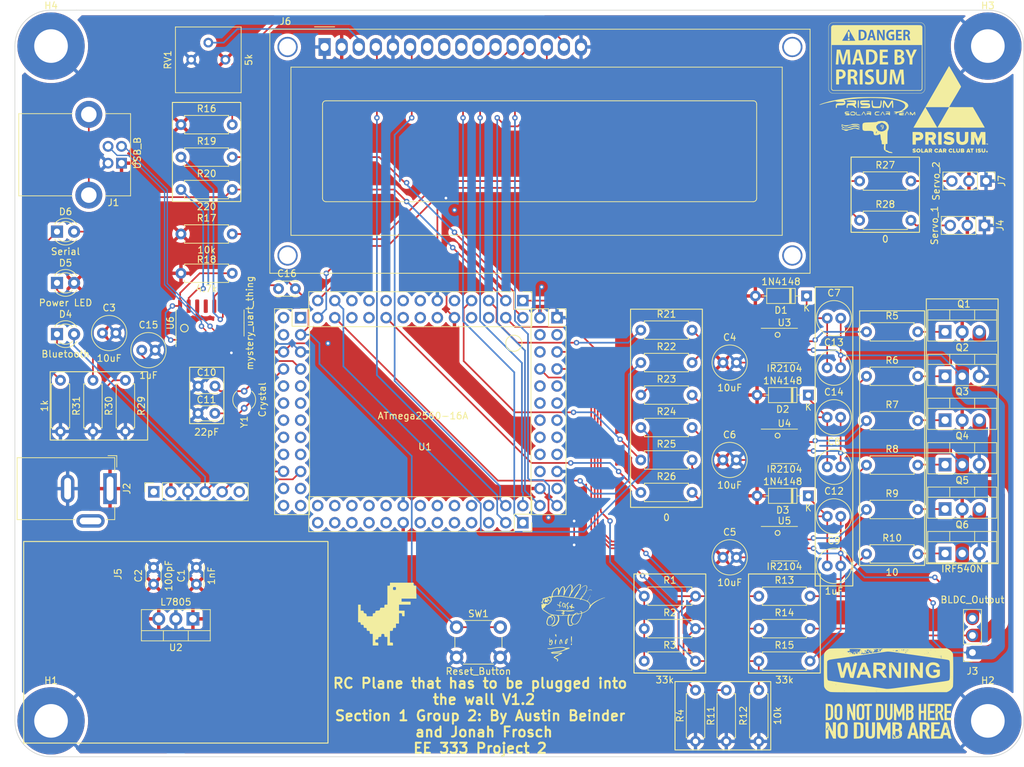
<source format=kicad_pcb>
(kicad_pcb (version 20211014) (generator pcbnew)
  (layers (0 "F.Cu" signal) (31 "B.Cu" signal) (34 "B.Paste" user) (35 "F.Paste" user) (36 "B.SilkS" user "B.Silkscreen") (37 "F.SilkS" user "F.Silkscreen") (38 "B.Mask" user) (39 "F.Mask" user) (44 "Edge.Cuts" user))
  (net 0 "")
  (net 1 "+12V")
  (net 2 "GND")
  (net 3 "+5V")
  (net 4 "Net-(C13-Pad1)")
  (net 5 "Net-(C13-Pad2)")
  (net 6 "Net-(C14-Pad1)")
  (net 7 "Net-(C14-Pad2)")
  (net 8 "Net-(C12-Pad1)")
  (net 9 "Net-(C12-Pad2)")
  (net 10 "Clk1")
  (net 11 "Clk2")
  (net 12 "Net-(C15-Pad1)")
  (net 13 "Net-(C16-Pad1)")
  (net 14 "Reset")
  (net 15 "D-")
  (net 16 "D+")
  (net 17 "unconnected-(J1-Pad5)")
  (net 18 "Net-(J4-Pad3)")
  (net 19 "Net-(J7-Pad3)")
  (net 20 "Net-(R21-Pad2)")
  (net 21 "11")
  (net 23 "Tx1")
  (net 24 "Rx1")
  (net 26 "Net-(J6-Pad3)")
  (net 27 "27")
  (net 28 "26")
  (net 33 "25")
  (net 34 "24")
  (net 35 "23")
  (net 36 "22")
  (net 37 "Net-(J6-Pad15)")
  (net 38 "13")
  (net 39 "Net-(Q1-Pad1)")
  (net 40 "Net-(Q2-Pad1)")
  (net 41 "Net-(Q3-Pad1)")
  (net 42 "Net-(Q4-Pad1)")
  (net 43 "Net-(Q5-Pad1)")
  (net 44 "Net-(Q6-Pad1)")
  (net 45 "Net-(D4-Pad1)")
  (net 46 "Net-(D5-Pad1)")
  (net 47 "A2")
  (net 48 "A3")
  (net 49 "Net-(R5-Pad1)")
  (net 50 "Net-(R6-Pad1)")
  (net 51 "Net-(R7-Pad1)")
  (net 52 "Net-(R8-Pad1)")
  (net 53 "Net-(R9-Pad1)")
  (net 54 "Net-(R10-Pad1)")
  (net 55 "Net-(R18-Pad1)")
  (net 56 "Net-(R19-Pad1)")
  (net 57 "Rx")
  (net 58 "Net-(R20-Pad1)")
  (net 59 "Tx")
  (net 60 "4")
  (net 61 "Net-(R22-Pad2)")
  (net 62 "5")
  (net 64 "3")
  (net 70 "9")
  (net 75 "10")
  (net 76 "Net-(R23-Pad2)")
  (net 77 "12")
  (net 127 "Net-(R24-Pad2)")
  (net 131 "Net-(R25-Pad2)")
  (net 132 "Net-(R26-Pad2)")
  (net 137 "Net-(D6-Pad1)")
  (net 138 "pin 4")
  (net 139 "A4")
  (footprint "Resistor_THT:R_Axial_DIN0207_L6.3mm_D2.5mm_P7.62mm_Horizontal" (layer "F.Cu") (at 84.4575 84.740343 -90)
    (fp_text reference "R29")
    (fp_text value "1k" hide)
  )
  (footprint "Resistor_THT:R_Axial_DIN0207_L6.3mm_D2.5mm_P7.62mm_Horizontal" (layer "F.Cu") (at 161.036 82.113)
    (fp_text reference "R22")
    (fp_text value "0" hide)
  )
  (footprint "Resistor_THT:R_Axial_DIN0207_L6.3mm_D2.5mm_P7.62mm_Horizontal" (layer "F.Cu") (at 178.562 116.84)
    (fp_text reference "R13")
    (fp_text value "33k" hide)
  )
  (footprint "Resistor_THT:R_Axial_DIN0207_L6.3mm_D2.5mm_P7.62mm_Horizontal" (layer "F.Cu") (at 193.548 60.96)
    (fp_text reference "R28")
    (fp_text value "0")
  )
  (footprint "Package_TO_SOT_THT:TO-220-3_Vertical" (layer "F.Cu") (at 206.248 97.282)
    (fp_text reference "Q4")
    (fp_text value "IRF540N" hide)
  )
  (footprint "Resistor_THT:R_Axial_DIN0207_L6.3mm_D2.5mm_P7.62mm_Horizontal" (layer "F.Cu") (at 161.036 77.287)
    (fp_text reference "R21")
    (fp_text value "0" hide)
  )
  (footprint "MountingHole:MountingHole_5mm_Pad" (layer "F.Cu") (at 73.406 135.382)
    (fp_text reference "H1")
    (fp_text value "MountingHole")
  )
  (footprint "Resistor_THT:R_Axial_DIN0207_L6.3mm_D2.5mm_P7.62mm_Horizontal" (layer "F.Cu") (at 194.564 84.145)
    (fp_text reference "R6")
    (fp_text value "10")
  )
  (footprint "LOGO" (layer "F.Cu") (at 123.444 119.38)
    (fp_text reference "G***" hide)
    (fp_text value "LOGO" hide)
  )
  (footprint "Package_TO_SOT_THT:TO-220-3_Vertical" (layer "F.Cu") (at 94.488 120.213 180)
    (fp_text reference "U2")
    (fp_text value "L7805")
  )
  (footprint "Resistor_THT:R_Axial_DIN0207_L6.3mm_D2.5mm_P7.62mm_Horizontal" (layer "F.Cu") (at 194.564 90.749)
    (fp_text reference "R7")
    (fp_text value "10")
  )
  (footprint "Capacitor_THT:C_Radial_D5.0mm_H11.0mm_P2.00mm" (layer "F.Cu") (at 188.738 75.509)
    (fp_text reference "C7")
    (fp_text value "1uF" hide)
  )
  (footprint "Package_TO_SOT_THT:TO-220-3_Vertical" (layer "F.Cu") (at 206.248 84.145)
    (fp_text reference "Q2")
    (fp_text value "IRF540N" hide)
  )
  (footprint "Capacitor_THT:C_Radial_D5.0mm_H11.0mm_P2.00mm" (layer "F.Cu") (at 188.738 104.973)
    (fp_text reference "C12")
    (fp_text value "1uF" hide)
  )
  (footprint "LED_THT:LED_D3.0mm" (layer "F.Cu") (at 74.2925 77.882343)
    (fp_text reference "D4")
    (fp_text value "Bluetooth")
  )
  (footprint "Capacitor_THT:C_Radial_D5.0mm_H11.0mm_P2.00mm" (layer "F.Cu") (at 188.738 112.339)
    (fp_text reference "C9")
    (fp_text value "1uF")
  )
  (footprint "Resistor_THT:R_Axial_DIN0207_L6.3mm_D2.5mm_P7.62mm_Horizontal" (layer "F.Cu") (at 161.544 116.84)
    (fp_text reference "R1")
    (fp_text value "33k" hide)
  )
  (footprint "Package_TO_SOT_THT:TO-220-3_Vertical" (layer "F.Cu") (at 206.248 103.886)
    (fp_text reference "Q5")
    (fp_text value "IRF540N" hide)
  )
  (footprint "Capacitor_THT:C_Radial_D5.0mm_H11.0mm_P2.00mm" (layer "F.Cu") (at 188.722 90.241)
    (fp_text reference "C14")
    (fp_text value "1uF" hide)
  )
  (footprint "Package_SO:SOIC-8_3.9x4.9mm_P1.27mm" (layer "F.Cu") (at 182.372 94.559)
    (fp_text reference "U4")
    (fp_text value "IR2104")
  )
  (footprint "MountingHole:MountingHole_5mm_Pad" (layer "F.Cu") (at 73.406 35.052)
    (fp_text reference "H4")
    (fp_text value "MountingHole")
  )
  (footprint "Capacitor_THT:C_Radial_D5.0mm_H11.0mm_P2.00mm" (layer "F.Cu") (at 188.722 82.875)
    (fp_text reference "C13")
    (fp_text value "1uF" hide)
  )
  (footprint "Resistor_THT:R_Axial_DIN0207_L6.3mm_D2.5mm_P7.62mm_Horizontal" (layer "F.Cu") (at 100.33 68.834 180)
    (fp_text reference "R18")
    (fp_text value "4.7k")
  )
  (footprint "Resistor_THT:R_Axial_DIN0207_L6.3mm_D2.5mm_P7.62mm_Horizontal" (layer "F.Cu") (at 178.562 121.666)
    (fp_text reference "R14")
    (fp_text value "33k" hide)
  )
  (footprint "Capacitor_THT:C_Radial_D5.0mm_H11.0mm_P2.00mm" (layer "F.Cu") (at 81.042 77.724)
    (fp_text reference "C3")
    (fp_text value "10uF")
  )
  (footprint "Capacitor_THT:C_Disc_D3.0mm_W2.0mm_P2.50mm" (layer "F.Cu") (at 94.996 115.062 90)
    (fp_text reference "C1")
    (fp_text value "1nF")
  )
  (footprint "Resistor_THT:R_Axial_DIN0207_L6.3mm_D2.5mm_P7.62mm_Horizontal" (layer "F.Cu") (at 92.71 56.388)
    (fp_text reference "R20")
    (fp_text value "220")
  )
  (footprint "Package_SO:SOIC-8_3.9x4.9mm_P1.27mm" (layer "F.Cu") (at 182.372 109.037)
    (fp_text reference "U5")
    (fp_text value "IR2104")
  )
  (footprint "LOGO" (layer "F.Cu") (at 197.866 131.318)
    (fp_text reference "G***" hide)
    (fp_text value "LOGO" hide)
  )
  (footprint "Capacitor_THT:C_Disc_D3.0mm_W2.0mm_P2.50mm" (layer "F.Cu") (at 97.77 85.598 180)
    (fp_text reference "C10")
    (fp_text value "22pF" hide)
  )
  (footprint "Resistor_THT:R_Axial_DIN0207_L6.3mm_D2.5mm_P7.62mm_Horizontal" (layer "F.Cu") (at 173.736 130.81 -90)
    (fp_text reference "R11")
    (fp_text value "10k" hide)
  )
  (footprint "LED_THT:LED_D3.0mm" (layer "F.Cu") (at 74.2925 62.642343)
    (fp_text reference "D6")
    (fp_text value "Serial")
  )
  (footprint "Resistor_THT:R_Axial_DIN0207_L6.3mm_D2.5mm_P7.62mm_Horizontal" (layer "F.Cu") (at 92.71 51.562)
    (fp_text reference "R19")
    (fp_text value "220" hide)
  )
  (footprint "Resistor_THT:R_Axial_DIN0207_L6.3mm_D2.5mm_P7.62mm_Horizontal" (layer "F.Cu") (at 194.564 110.561)
    (fp_text reference "R10")
    (fp_text value "10")
  )
  (footprint "Package_SO:SOP-16_3.9x9.9mm_P1.27mm" (layer "F.Cu") (at 97.028 76.228843 90)
    (fp_text reference "U6")
    (fp_text value "mystery_uart_thing")
  )
  (footprint "Connector_PinSocket_2.54mm:PinSocket_1x06_P2.54mm_Vertical" (layer "F.Cu") (at 88.671 101.321 90)
    (fp_text reference "J5")
    (fp_text value "Bluetooth")
  )
  (footprint "Crystal:Crystal_AT310_D3.0mm_L10.0mm_Vertical" (layer "F.Cu") (at 102.108 88.9 90)
    (fp_text reference "Y1")
    (fp_text value "Crystal")
  )
  (footprint "Resistor_THT:R_Axial_DIN0207_L6.3mm_D2.5mm_P7.62mm_Horizontal" (layer "F.Cu") (at 161.036 91.765)
    (fp_text reference "R24")
    (fp_text value "0" hide)
  )
  (footprint "Resistor_THT:R_Axial_DIN0207_L6.3mm_D2.5mm_P7.62mm_Horizontal" (layer "F.Cu") (at 161.544 126.492)
    (fp_text reference "R3")
    (fp_text value "33k")
  )
  (footprint "Capacitor_THT:C_Disc_D3.0mm_W2.0mm_P2.50mm" (layer "F.Cu") (at 107.208 71.12)
    (fp_text reference "C16")
    (fp_text value "1nF")
  )
  (footprint "Diode_THT:D_DO-35_SOD27_P7.62mm_Horizontal" (layer "F.Cu") (at 185.928 101.925 180)
    (fp_text reference "D3")
    (fp_text value "1N4148")
  )
  (footprint "Resistor_THT:R_Axial_DIN0207_L6.3mm_D2.5mm_P7.62mm_Horizontal" (layer "F.Cu") (at 169.164 130.81 -90)
    (fp_text reference "R4")
    (fp_text value "10k" hide)
  )
  (footprint "Connector_PinHeader_2.54mm:PinHeader_1x03_P2.54mm_Vertical" (layer "F.Cu") (at 212.09 61.722 -90)
    (fp_text reference "J4")
    (fp_text value "Servo_1")
  )
  (footprint "Resistor_THT:R_Axial_DIN0207_L6.3mm_D2.5mm_P7.62mm_Horizontal" (layer "F.Cu") (at 92.71 46.736)
    (fp_text reference "R16")
    (fp_text value "220" hide)
  )
  (footprint "Resistor_THT:R_Axial_DIN0207_L6.3mm_D2.5mm_P7.62mm_Horizontal" (layer "F.Cu") (at 194.564 97.353)
    (fp_text reference "R8")
    (fp_text value "10")
  )
  (footprint "Resistor_THT:R_Axial_DIN0207_L6.3mm_D2.5mm_P7.62mm_Horizontal" (layer "F.Cu") (at 161.544 121.666)
    (fp_text reference "R2")
    (fp_text value "33k" hide)
  )
  (footprint "Connector_PinSocket_2.54mm:PinSocket_1x03_P2.54mm_Vertical" (layer "F.Cu") (at 210.312 125.222 180)
    (fp_text reference "J3")
    (fp_text value "BLDC_Output")
  )
  (footprint "LED_THT:LED_D3.0mm" (layer "F.Cu") (at 74.2925 70.262343)
    (fp_text reference "D5")
    (fp_text value "Power LED")
  )
  (footprint "LOGO" (layer "F.Cu") (at 150.876 120.904)
    (fp_text reference "G***" hide)
    (fp_text value "LOGO" hide)
  )
  (footprint "Capacitor_THT:C_Radial_D5.0mm_H11.0mm_P2.00mm" (layer "F.Cu") (at 173.244 82.113)
    (fp_text reference "C4")
    (fp_text value "10uF")
  )
  (footprint "Capacitor_THT:C_Disc_D3.0mm_W2.0mm_P2.50mm" (layer "F.Cu") (at 97.75 89.662 180)
    (fp_text reference "C11")
    (fp_text value "22pF")
  )
  (footprint "LOGO" (layer "F.Cu") (at 207.01 44.45)
    (fp_text reference "G***" hide)
    (fp_text value "LOGO" hide)
  )
  (footprint "Capacitor_THT:C_Radial_D5.0mm_H11.0mm_P2.00mm" (layer "F.Cu") (at 86.884 80.264)
    (fp_text reference "C15")
    (fp_text value "1uF")
  )
  (footprint "LOGO" (layer "F.Cu") (at 196.088 36.83)
    (fp_text reference "G***" hide)
    (fp_text value "LOGO" hide)
  )
  (footprint "Resistor_THT:R_Axial_DIN0207_L6.3mm_D2.5mm_P7.62mm_Horizontal" (layer "F.Cu") (at 161.036 101.417)
    (fp_text reference "R26")
    (fp_text value "0")
  )
  (footprint "Connector_USB:USB_B_Lumberg_2411_02_Horizontal" (layer "F.Cu") (at 83.879 52.462343 180)
    (fp_text reference "J1")
    (fp_text value "USB_B")
  )
  (footprint "Button_Switch_THT:SW_PUSH_6mm_H4.3mm" (layer "F.Cu") (at 133.656 121.448)
    (fp_text reference "SW1")
    (fp_text value "Reset_Button")
  )
  (footprint "Resistor_THT:R_Axial_DIN0207_L6.3mm_D2.5mm_P7.62mm_Horizontal" (layer "F.Cu") (at 79.6315 84.740343 -90)
    (fp_text reference "R30")
    (fp_text value "1k" hide)
  )
  (footprint "Potentiometer_THT:Potentiometer_Bourns_3386P_Vertical" (layer "F.Cu") (at 99.314 37.084 90)
    (fp_text reference "RV1")
    (fp_text value "5k")
  )
  (footprint "Resistor_THT:R_Axial_DIN0207_L6.3mm_D2.5mm_P7.62mm_Horizontal" (layer "F.Cu") (at 194.564 103.957)
    (fp_text reference "R9")
    (fp_text value "10")
  )
  (footprint "custom:ATMEGA2560_breakout_Board_Socket" (layer "F.Cu") (at 128.27 88.138 -90)
    (fp_text reference "U1")
    (fp_text value "ATmega2560-16A")
  )
  (footprint "MountingHole:MountingHole_5mm_Pad" (layer "F.Cu") (at 212.598 135.382)
    (fp_text reference "H2")
    (fp_text value "MountingHole")
  )
  (footprint "Resistor_THT:R_Axial_DIN0207_L6.3mm_D2.5mm_P7.62mm_Horizontal" (layer "F.Cu") (at 178.562 126.492)
    (fp_text reference "R15")
    (fp_text value "33k")
  )
  (footprint "Connector_PinHeader_2.54mm:PinHeader_1x03_P2.54mm_Vertical" (layer "F.Cu") (at 212.329 55.118 -90)
    (fp_text reference "J7")
    (fp_text value "Servo_2")
  )
  (footprint "Capacitor_THT:C_Radial_D5.0mm_H11.0mm_P2.00mm" (layer "F.Cu") (at 188.738 97.607)
    (fp_text reference "C8")
    (fp_text value "1uF" hide)
  )
  (footprint "Package_TO_SOT_THT:TO-220-3_Vertical" (layer "F.Cu") (at 206.248 90.678)
    (fp_text reference "Q3")
    (fp_text value "IRF540N" hide)
  )
  (footprint "Package_TO_SOT_THT:TO-220-3_Vertical" (layer "F.Cu") (at 206.248 77.541)
    (fp_text reference "Q1")
    (fp_text value "IRF540N" hide)
  )
  (footprint "Capacitor_THT:C_Radial_D5.0mm_H11.0mm_P2.00mm" (layer "F.Cu") (at 173.228 96.591)
    (fp_text reference "C6")
    (fp_text value "10uF")
  )
  (footprint "Package_TO_SOT_THT:TO-220-3_Vertical" (layer "F.Cu") (at 206.248 110.49)
    (fp_text reference "Q6")
    (fp_text value "IRF540N")
  )
  (footprint "Resistor_THT:R_Axial_DIN0207_L6.3mm_D2.5mm_P7.62mm_Horizontal" (layer "F.Cu") (at 193.548 55.118)
    (fp_text reference "R27")
    (fp_text value "0" hide)
  )
  (footprint "Resistor_THT:R_Axial_DIN0207_L6.3mm_D2.5mm_P7.62mm_Horizontal" (layer "F.Cu") (at 178.562 130.81 -90)
    (fp_text reference "R12")
    (fp_text value "10k")
  )
  (footprint "LOGO" (layer "F.Cu") (at 194.818 46.736)
    (fp_text reference "G***" hide)
    (fp_text value "LOGO" hide)
  )
  (footprint "Resistor_THT:R_Axial_DIN0207_L6.3mm_D2.5mm_P7.62mm_Horizontal" (layer "F.Cu") (at 161.036 96.591)
    (fp_text reference "R25")
    (fp_text value "0" hide)
  )
  (footprint "Resistor_THT:R_Axial_DIN0207_L6.3mm_D2.5mm_P7.62mm_Horizontal" (layer "F.Cu") (at 92.71 62.992)
    (fp_text reference "R17")
    (fp_text value "10k")
  )
  (footprint "Connector_BarrelJack:BarrelJack_GCT_DCJ200-10-A_Horizontal" (layer "F.Cu") (at 82.1715 100.854343 -90)
    (fp_text reference "J2")
    (fp_text value "Jack-DC")
  )
  (footprint "Package_SO:SOIC-8_3.9x4.9mm_P1.27mm" (layer "F.Cu") (at 182.372 79.573)
    (fp_text reference "U3")
    (fp_text value "IR2104")
  )
  (footprint "Capacitor_THT:C_Disc_D3.0mm_W2.0mm_P2.50mm" (layer "F.Cu") (at 88.646 115.062 90)
    (fp_text reference "C2")
    (fp_text value "100pF")
  )
  (footprint "Resistor_THT:R_Axial_DIN0207_L6.3mm_D2.5mm_P7.62mm_Horizontal" (layer "F.Cu") (at 161.036 86.939)
    (fp_text reference "R23")
    (fp_text value "0" hide)
  )
  (footprint "Diode_THT:D_DO-35_SOD27_P7.62mm_Horizontal" (layer "F.Cu") (at 185.674 72.207 180)
    (fp_text reference "D1")
    (fp_text value "1N4148")
  )
  (footprint "Display:WC1602A" (layer "F.Cu") (at 114.05 35.1885)
    (fp_text reference "J6")
    (fp_text value "LCD")
  )
  (footprint "Resistor_THT:R_Axial_DIN0207_L6.3mm_D2.5mm_P7.62mm_Horizontal" (layer "F.Cu") (at 74.8055 84.740343 -90)
    (fp_text reference "R31")
    (fp_text value "1k")
  )
  (footprint "Diode_THT:D_DO-35_SOD27_P7.62mm_Horizontal" (layer "F.Cu") (at 185.928 86.939 180)
    (fp_text reference "D2")
    (fp_text value "1N4148")
  )
  (footprint "MountingHole:MountingHole_5mm_Pad" (layer "F.Cu") (at 212.598 35.052)
    (fp_text reference "H3")
    (fp_text value "MountingHole")
  )
  (footprint "Resistor_THT:R_Axial_DIN0207_L6.3mm_D2.5mm_P7.62mm_Horizontal" (layer "F.Cu") (at 194.564 77.541)
    (fp_text reference "R5")
    (fp_text value "10")
  )
  (footprint "Capacitor_THT:C_Radial_D5.0mm_H11.0mm_P2.00mm" (layer "F.Cu") (at 173.244 111.069)
    (fp_text reference "C5")
    (fp_text value "10uF")
  )
  (gr_circle (center 181.356 107.442) (end 181.61 107.696) (layer "F.SilkS") (width 0.15) (fill none))
  (gr_rect (start 170.688 128.27) (end 160.02 113.538) (layer "F.SilkS") (width 0.15) (fill none))
  (gr_rect (start 170.18 103.632) (end 159.512 74.168) (layer "F.SilkS") (width 0.15) (fill none))
  (gr_circle (center 93.218 76.990843) (end 93.726 76.736843) (layer "F.SilkS") (width 0.15) (fill none))
  (gr_rect (start 69.342 138.684) (end 114.554 108.712) (layer "F.SilkS") (width 0.15) (fill none))
  (gr_rect (start 186.944 115.316) (end 192.532 70.866) (layer "F.SilkS") (width 0.15) (fill none))
  (gr_rect (start 101.6 58.166) (end 91.44 43.434) (layer "F.SilkS") (width 0.15) (fill none))
  (gr_circle (center 181.356 77.978) (end 181.61 78.232) (layer "F.SilkS") (width 0.15) (fill none))
  (gr_circle (center 181.356 92.964) (end 181.61 93.218) (layer "F.SilkS") (width 0.15) (fill none))
  (gr_rect (start 203.2 112.268) (end 193.548 74.422) (layer "F.SilkS") (width 0.15) (fill none))
  (gr_rect (start 187.706 128.27) (end 177.038 113.538) (layer "F.SilkS") (width 0.15) (fill none))
  (gr_rect (start 202.438 62.738) (end 192.278 51.562) (layer "F.SilkS") (width 0.15) (fill none))
  (gr_rect (start 214.122 112.014) (end 203.454 72.644) (layer "F.SilkS") (width 0.15) (fill none))
  (gr_rect (start 94 91.186) (end 99.08 82.804) (layer "F.SilkS") (width 0.15) (fill none))
  (gr_rect (start 180.34 129.54) (end 166.116 139.7) (layer "F.SilkS") (width 0.15) (fill none))
  (gr_rect (start 73.2815 93.630343) (end 87.7595 83.470343) (layer "F.SilkS") (width 0.15) (fill none))
  (gr_line (start 217.932 35.052) (end 217.932 135.382) (layer "Edge.Cuts") (width 0.1))
  (gr_arc (start 73.367708 140.716) (mid 69.596 139.153708) (end 68.033708 135.382) (layer "Edge.Cuts") (width 0.1))
  (gr_line (start 212.598 140.716) (end 77.216 140.716) (layer "Edge.Cuts") (width 0.1))
  (gr_line (start 68.033708 135.382) (end 68.033708 35.052) (layer "Edge.Cuts") (width 0.1))
  (gr_arc (start 68.033708 35.052) (mid 69.596 31.280292) (end 73.367708 29.718) (layer "Edge.Cuts") (width 0.1))
  (gr_line (start 77.216 140.716) (end 73.367708 140.716) (layer "Edge.Cuts") (width 0.1))
  (gr_arc (start 217.932 135.382) (mid 216.369708 139.153708) (end 212.598 140.716) (layer "Edge.Cuts") (width 0.1))
  (gr_line locked (start 212.598 29.718) (end 77.216 29.718) (layer "Edge.Cuts") (width 0.1))
  (gr_line (start 77.216 29.718) (end 73.367708 29.718) (layer "Edge.Cuts") (width 0.1))
  (gr_arc (start 212.598 29.718) (mid 216.369708 31.280292) (end 217.932 35.052) (layer "Edge.Cuts") (width 0.1))
  (gr_text "RC Plane that has to be plugged into\n the wall V1.2\nSection 1 Group 2: By Austin Beinder\n and Jonah Frosch\nEE 333 Project 2" (at 137.16 134.62) (layer "F.SilkS") (effects (font (size 1.5 1.5) (thickness 0.3))))
  (segment (start 179.897 110.942) (end 179.77 111.069) (width 0.25) (layer "F.Cu") (net 2))
  (segment (start 100.203 76.073) (end 100.203 78.728843) (width 0.25) (layer "F.Cu") (net 2))
  (segment (start 100.203 78.728843) (end 100.203 80.665) (width 0.25) (layer "F.Cu") (net 2))
  (segment (start 179.897 81.478) (end 179.262 82.113) (width 0.25) (layer "F.Cu") (net 2))
  (segment (start 132.08 57.658) (end 130.81 58.928) (width 0.25) (layer "F.Cu") (net 2))
  (segment (start 179.77 111.069) (end 175.244 111.069) (width 0.25) (layer "F.Cu") (net 2))
  (segment (start 130.81 58.928) (end 130.81 72.898) (width 0.25) (layer "F.Cu") (net 2))
  (segment (start 179.77 96.591) (end 175.228 96.591) (width 0.25) (layer "F.Cu") (net 2))
  (segment (start 101.473 73.728843) (end 101.473 74.803) (width 0.25) (layer "F.Cu") (net 2))
  (segment (start 101.473 74.803) (end 100.203 76.073) (width 0.25) (layer "F.Cu") (net 2))
  (segment (start 179.897 96.464) (end 179.77 96.591) (width 0.25) (layer "F.Cu") (net 2))
  (segment (start 151.13 105.664) (end 151.13 109.22) (width 0.25) (layer "F.Cu") (net 2))
  (segment (start 179.262 82.113) (end 175.244 82.113) (width 0.25) (layer "F.Cu") (net 2))
  (via (at 100.203 80.665) (size 0.8) (drill 0.4) (layers "F.Cu" "B.Cu") (net 2))
  (via (at 151.13 105.664) (size 0.8) (drill 0.4) (layers "F.Cu" "B.Cu") (net 2))
  (via (at 151.13 109.22) (size 0.8) (drill 0.4) (layers "F.Cu" "B.Cu") (net 2))
  (via (at 132.08 57.658) (size 0.8) (drill 0.4) (layers "F.Cu" "B.Cu") (net 2))
  (segment (start 110.49 80.518) (end 109.315 79.343) (width 0.25) (layer "B.Cu") (net 2))
  (segment (start 101.525 79.343) (end 100.203 80.665) (width 0.25) (layer "B.Cu") (net 2))
  (segment (start 109.315 79.343) (end 101.525 79.343) (width 0.25) (layer "B.Cu") (net 2))
  (segment (start 132.175 67.659) (end 132.175 74.263) (width 0.25) (layer "F.Cu") (net 3))
  (segment (start 147.32 102.108) (end 146.05 100.838) (width 0.25) (layer "F.Cu") (net 3))
  (segment (start 114.554 79.248) (end 109.22 79.248) (width 0.25) (layer "F.Cu") (net 3))
  (segment (start 131.572 61.214) (end 131.572 67.056) (width 0.25) (layer "F.Cu") (net 3))
  (segment (start 147.32 105.156) (end 147.32 102.108) (width 0.25) (layer "F.Cu") (net 3))
  (segment (start 109.22 79.248) (end 107.95 80.518) (width 0.25) (layer "F.Cu") (net 3))
  (segment (start 101.592 78.609843) (end 101.473 78.728843) (width 0.25) (layer "F.Cu") (net 3))
  (segment (start 131.572 67.056) (end 132.175 67.659) (width 0.25) (layer "F.Cu") (net 3))
  (segment (start 132.175 74.263) (end 133.35 75.438) (width 0.25) (layer "F.Cu") (net 3))
  (segment (start 133.35 59.436) (end 131.572 61.214) (width 0.25) (layer "F.Cu") (net 3))
  (via (at 133.35 59.436) (size 0.8) (drill 0.4) (layers "F.Cu" "B.Cu") (net 3))
  (via (at 114.554 79.248) (size 0.8) (drill 0.4) (layers "F.Cu" "B.Cu") (net 3))
  (via (at 147.32 105.156) (size 0.8) (drill 0.4) (layers "F.Cu" "B.Cu") (net 3))
  (via (at 146.304 70.866) (size 0.8) (drill 0.4) (layers "F.Cu" "B.Cu") (net 3))
  (segment (start 146.05 71.12) (end 146.05 75.438) (width 0.25) (layer "B.Cu") (net 3))
  (segment (start 146.304 70.866) (end 146.05 71.12) (width 0.25) (layer "B.Cu") (net 3))
  (segment (start 185.674 72.207) (end 185.674 74.177) (width 0.25) (layer "F.Cu") (net 4))
  (segment (start 188.738 75.509) (end 187.006 75.509) (width 0.25) (layer "F.Cu") (net 4))
  (segment (start 188.722 75.525) (end 188.738 75.509) (width 0.25) (layer "F.Cu") (net 4))
  (segment (start 185.674 74.177) (end 187.006 75.509) (width 0.25) (layer "F.Cu") (net 4))
  (segment (start 188.722 82.875) (end 188.722 75.525) (width 0.25) (layer "F.Cu") (net 4))
  (segment (start 187.006 75.509) (end 184.847 77.668) (width 0.25) (layer "F.Cu") (net 4))
  (segment (start 186.634 80.208) (end 186.69 80.264) (width 0.25) (layer "F.Cu") (net 5))
  (segment (start 190.738 81.042) (end 190.738 82.859) (width 0.25) (layer "F.Cu") (net 5))
  (segment (start 190.738 82.859) (end 190.722 82.875) (width 0.25) (layer "F.Cu") (net 5))
  (segment (start 203.454 116.84) (end 204.47 117.856) (width 0.25) (layer "F.Cu") (net 5))
  (segment (start 184.847 80.208) (end 186.634 80.208) (width 0.25) (layer "F.Cu") (net 5))
  (segment (start 190.738 75.509) (end 190.738 81.042) (width 0.25) (layer "F.Cu") (net 5))
  (segment (start 211.328 79.248) (end 211.328 77.541) (width 2) (layer "F.Cu") (net 5))
  (segment (start 208.788 84.145) (end 208.788 81.788) (width 2) (layer "F.Cu") (net 5))
  (segment (start 186.182 116.84) (end 203.454 116.84) (width 0.25) (layer "F.Cu") (net 5))
  (segment (start 208.788 81.788) (end 211.328 79.248) (width 2) (layer "F.Cu") (net 5))
  (via (at 190.738 81.042) (size 0.8) (drill 0.4) (layers "F.Cu" "B.Cu") (net 5))
  (via (at 204.47 117.856) (size 0.8) (drill 0.4) (layers "F.Cu" "B.Cu") (net 5))
  (via (at 186.69 80.264) (size 0.8) (drill 0.4) (layers "F.Cu" "B.Cu") (net 5))
  (segment (start 212.852 87.376) (end 214.122 88.646) (width 2) (layer "B.Cu") (net 5))
  (segment (start 208.788 86.36) (end 209.804 87.376) (width 2) (layer "B.Cu") (net 5))
  (segment (start 190.738 81.042) (end 205.685 81.042) (width 0.25) (layer "B.Cu") (net 5))
  (segment (start 214.122 124.206) (end 213.106 125.222) (width 2) (layer "B.Cu") (net 5))
  (segment (start 189.96 80.264) (end 186.69 80.264) (width 0.25) (layer "B.Cu") (net 5))
  (segment (start 190.738 81.042) (end 189.96 80.264) (width 0.25) (layer "B.Cu") (net 5))
  (segment (start 209.804 87.376) (end 212.852 87.376) (width 2) (layer "B.Cu") (net 5))
  (segment (start 205.685 81.042) (end 208.788 84.145) (width 0.25) (layer "B.Cu") (net 5))
  (segment (start 214.122 88.646) (end 214.122 124.206) (width 2) (layer "B.Cu") (net 5))
  (segment (start 206.248 125.222) (end 210.312 125.222) (width 0.25) (layer "B.Cu") (net 5))
  (segment (start 208.788 84.145) (end 208.788 86.36) (width 2) (layer "B.Cu") (net 5))
  (segment (start 204.47 123.444) (end 206.248 125.222) (width 0.25) (layer "B.Cu") (net 5))
  (segment (start 213.106 125.222) (end 210.312 125.222) (width 2) (layer "B.Cu") (net 5))
  (segment (start 204.47 117.856) (end 204.47 123.444) (width 0.25) (layer "B.Cu") (net 5))
  (segment (start 185.928 87.447) (end 188.722 90.241) (width 0.25) (layer "F.Cu") (net 6))
  (segment (start 188.738 90.257) (end 188.722 90.241) (width 0.25) (layer "F.Cu") (net 6))
  (segment (start 188.738 97.607) (end 188.738 90.257) (width 0.25) (layer "F.Cu") (net 6))
  (segment (start 188.722 90.241) (end 187.26 90.241) (width 0.25) (layer "F.Cu") (net 6))
  (segment (start 185.928 86.939) (end 185.928 87.447) (width 0.25) (layer "F.Cu") (net 6))
  (segment (start 187.26 90.241) (end 184.847 92.654) (width 0.25) (layer "F.Cu") (net 6))
  (segment (start 214.122 120.65) (end 212.09 122.682) (width 2) (layer "F.Cu") (net 7))
  (segment (start 208.788 97.282) (end 208.788 99.314) (width 2) (layer "F.Cu") (net 7))
  (segment (start 212.852 100.584) (end 214.122 101.854) (width 2) (layer "F.Cu") (net 7))
  (segment (start 208.788 97.282) (end 208.788 94.996) (width 2) (layer "F.Cu") (net 7))
  (segment (start 210.058 100.584) (end 212.852 100.584) (width 2) (layer "F.Cu") (net 7))
  (segment (start 186.634 95.194) (end 186.69 95.25) (width 0.25) (layer "F.Cu") (net 7))
  (segment (start 208.788 99.314) (end 210.058 100.584) (width 2) (layer "F.Cu") (net 7))
  (segment (start 186.182 121.666) (end 199.644 121.666) (width 0.25) (layer "F.Cu") (net 7))
  (segment (start 199.644 121.666) (end 200.66 122.682) (width 0.25) (layer "F.Cu") (net 7))
  (segment (start 190.722 90.241) (end 190.722 95.536) (width 0.25) (layer "F.Cu") (net 7))
  (segment (start 190.722 95.536) (end 190.722 97.591) (width 0.25) (layer "F.Cu") (net 7))
  (segment (start 214.122 101.854) (end 214.122 120.65) (width 2) (layer "F.Cu") (net 7))
  (segment (start 211.328 92.456) (end 211.328 90.678) (width 2) (layer "F.Cu") (net 7))
  (segment (start 184.847 95.194) (end 186.634 95.194) (width 0.25) (layer "F.Cu") (net 7))
  (segment (start 212.09 122.682) (end 210.312 122.682) (width 2) (layer "F.Cu") (net 7))
  (segment (start 208.788 94.996) (end 211.328 92.456) (width 2) (layer "F.Cu") (net 7))
  (segment (start 190.722 97.591) (end 190.738 97.607) (width 0.25) (layer "F.Cu") (net 7))
  (segment (start 200.66 122.682) (end 210.312 122.682) (width 0.25) (layer "F.Cu") (net 7))
  (via (at 186.69 95.25) (size 0.8) (drill 0.4) (layers "F.Cu" "B.Cu") (net 7))
  (via (at 190.722 95.536) (size 0.8) (drill 0.4) (layers "F.Cu" "B.Cu") (net 7))
  (segment (start 207.042 95.536) (end 208.788 97.282) (width 0.25) (layer "B.Cu") (net 7))
  (segment (start 190.722 95.536) (end 190.436 95.25) (width 0.25) (layer "B.Cu") (net 7))
  (segment (start 190.722 95.536) (end 207.042 95.536) (width 0.25) (layer "B.Cu") (net 7))
  (segment (start 190.436 95.25) (end 186.69 95.25) (width 0.25) (layer "B.Cu") (net 7))
  (segment (start 185.928 102.163) (end 188.738 104.973) (width 0.25) (layer "F.Cu") (net 8))
  (segment (start 187.006 104.973) (end 184.847 107.132) (width 0.25) (layer "F.Cu") (net 8))
  (segment (start 188.738 112.339) (end 188.738 104.973) (width 0.25) (layer "F.Cu") (net 8))
  (segment (start 185.928 101.925) (end 185.928 102.163) (width 0.25) (layer "F.Cu") (net 8))
  (segment (start 188.738 104.973) (end 187.006 104.973) (width 0.25) (layer "F.Cu") (net 8))
  (segment (start 208.788 110.49) (end 208.788 108.204) (width 2) (layer "F.Cu") (net 9))
  (segment (start 208.788 115.316) (end 208.788 110.49) (width 2) (layer "F.Cu") (net 9))
  (segment (start 210.312 116.84) (end 208.788 115.316) (width 2) (layer "F.Cu") (net 9))
  (segment (start 211.328 105.664) (end 211.328 103.886) (width 2) (layer "F.Cu") (net 9))
  (segment (start 208.788 108.204) (end 211.328 105.664) (width 2) (layer "F.Cu") (net 9))
  (segment (start 190.738 104.973) (end 190.738 110.49) (width 0.25) (layer "F.Cu") (net 9))
  (segment (start 204.724 114.046) (end 205.994 115.316) (width 0.25) (layer "F.Cu") (net 9))
  (segment (start 210.312 120.142) (end 210.312 116.84) (width 2) (layer "F.Cu") (net 9))
  (segment (start 190.738 110.49) (end 190.738 112.339) (width 0.25) (layer "F.Cu") (net 9))
  (segment (start 184.903 109.728) (end 184.847 109.672) (width 0.25) (layer "F.Cu") (net 9))
  (segment (start 186.69 109.728) (end 184.903 109.728) (width 0.25) (layer "F.Cu") (net 9))
  (segment (start 205.994 115.316) (end 208.788 115.316) (width 0.25) (layer "F.Cu") (net 9))
  (via (at 204.724 114.046) (size 0.8) (drill 0.4) (layers "F.Cu" "B.Cu") (net 9))
  (via (at 190.738 110.49) (size 0.8) (drill 0.4) (layers "F.Cu" "B.Cu") (net 9))
  (via (at 186.69 109.728) (size 0.8) (drill 0.4) (layers "F.Cu" "B.Cu") (net 9))
  (segment (start 190.738 121.936) (end 186.182 126.492) (width 0.25) (layer "B.Cu") (net 9))
  (segment (start 187.452 110.49) (end 186.69 109.728) (width 0.25) (layer "B.Cu") (net 9))
  (segment (start 190.738 110.49) (end 194.294 114.046) (width 0.25) (layer "B.Cu") (net 9))
  (segment (start 190.738 112.339) (end 190.738 121.936) (width 0.25) (layer "B.Cu") (net 9))
  (segment (start 194.294 114.046) (end 204.724 114.046) (width 0.25) (layer "B.Cu") (net 9))
  (segment (start 190.738 110.49) (end 187.452 110.49) (width 0.25) (layer "B.Cu") (net 9))
  (segment (start 102.108 86.36) (end 106.585 81.883) (width 0.25) (layer "F.Cu") (net 10))
  (segment (start 106.585 81.883) (end 109.315 81.883) (width 0.25) (layer "F.Cu") (net 10))
  (segment (start 97.79 85.598) (end 98.552 86.36) (width 0.25) (layer "F.Cu") (net 10))
  (segment (start 109.315 81.883) (end 110.49 83.058) (width 0.25) (layer "F.Cu") (net 10))
  (segment (start 98.552 86.36) (end 102.108 86.36) (width 0.25) (layer "F.Cu") (net 10))
  (segment (start 97.77 85.598) (end 97.79 85.598) (width 0.25) (layer "F.Cu") (net 10))
  (segment (start 101.346 89.662) (end 102.108 88.9) (width 0.25) (layer "F.Cu") (net 11))
  (segment (start 97.75 89.662) (end 101.346 89.662) (width 0.25) (layer "F.Cu") (net 11))
  (segment (start 107.95 83.058) (end 102.108 88.9) (width 0.25) (layer "F.Cu") (net 11))
  (segment (start 96.021594 82.042) (end 87.884 82.042) (width 0.25) (layer "F.Cu") (net 12))
  (segment (start 87.884 82.042) (end 86.884 81.042) (width 0.25) (layer "F.Cu") (net 12))
  (segment (start 98.933 78.728843) (end 98.933 79.130594) (width 0.25) (layer "F.Cu") (net 12))
  (segment (start 86.884 81.042) (end 86.884 80.264) (width 0.25) (layer "F.Cu") (net 12))
  (segment (start 98.933 79.130594) (end 96.021594 82.042) (width 0.25) (layer "F.Cu") (net 12))
  (segment (start 107.208 71.12) (end 106.7 70.612) (width 0.25) (layer "F.Cu") (net 13))
  (segment (start 97.663 72.263) (end 97.663 73.728843) (width 0.25) (layer "F.Cu") (net 13))
  (segment (start 106.7 70.612) (end 99.314 70.612) (width 0.25) (layer "F.Cu") (net 13))
  (segment (start 99.314 70.612) (end 97.663 72.263) (width 0.25) (layer "F.Cu") (net 13))
  (segment (start 109.708 71.12) (end 111.665 73.077) (width 0.25) (layer "F.Cu") (net 14))
  (segment (start 111.665 76.803) (end 110.49 77.978) (width 0.25) (layer "F.Cu") (net 14))
  (segment (start 101.58 62.992) (end 100.33 62.992) (width 0.25) (layer "F.Cu") (net 14))
  (segment (start 109.708 71.12) (end 101.58 62.992) (width 0.25) (layer "F.Cu") (net 14))
  (segment (start 133.656 121.448) (end 140.156 121.448) (width 0.25) (layer "F.Cu") (net 14))
  (segment (start 111.665 73.077) (end 111.665 76.803) (width 0.25) (layer "F.Cu") (net 14))
  (segment (start 113.284 82.296) (end 113.284 79.248) (width 0.25) (layer "B.Cu") (net 14))
  (segment (start 113.284 79.248) (end 112.014 77.978) (width 0.25) (layer "B.Cu") (net 14))
  (segment (start 112.014 77.978) (end 110.49 77.978) (width 0.25) (layer "B.Cu") (net 14))
  (segment (start 133.656 121.448) (end 127 114.792) (width 0.25) (layer "B.Cu") (net 14))
  (segment (start 127 114.792) (end 127 96.012) (width 0.25) (layer "B.Cu") (net 14))
  (segment (start 127 96.012) (end 113.284 82.296) (width 0.25) (layer "B.Cu") (net 14))
  (segment (start 97.663 77.343) (end 97.028 76.708) (width 0.2) (layer "F.Cu") (net 15))
  (segment (start 97.663 78.728843) (end 97.663 77.343) (width 0.2) (layer "F.Cu") (net 15))
  (via (at 97.028 76.708) (size 0.8) (drill 0.4) (layers "F.Cu" "B.Cu") (net 15))
  (segment (start 83.879 49.962343) (end 84.252343 49.962343) (width 0.2) (layer "B.Cu") (net 15))
  (segment (start 90.678 70.358) (end 97.028 76.708) (width 0.2) (layer "B.Cu") (net 15))
  (segment (start 84.252343 49.962343) (end 90.678 56.388) (width 0.2) (layer "B.Cu") (net 15))
  (segment (start 90.678 56.388) (end 90.678 70.358) (width 0.2) (layer "B.Cu") (net 15))
  (segment (start 95.758 76.708) (end 96.393 77.343) (width 0.2) (layer "F.Cu") (net 16))
  (segment (start 96.393 77.343) (end 96.393 78.728843) (width 0.2) (layer "F.Cu") (net 16))
  (via (at 95.758 76.708) (size 0.8) (drill 0.4) (layers "F.Cu" "B.Cu") (net 16))
  (segment (start 90.278 56.661343) (end 84.924657 51.308) (width 0.2) (layer "B.Cu") (net 16))
  (segment (start 95.758 76.708) (end 95.758 76.003686) (width 0.2) (layer "B.Cu") (net 16))
  (segment (start 90.278 70.523686) (end 90.278 56.661343) (width 0.2) (layer "B.Cu") (net 16))
  (segment (start 95.758 76.003686) (end 90.278 70.523686) (width 0.2) (layer "B.Cu") (net 16))
  (segment (start 83.224657 51.308) (end 81.879 49.962343) (width 0.2) (layer "B.Cu") (net 16))
  (segment (start 84.924657 51.308) (end 83.224657 51.308) (width 0.2) (layer "B.Cu") (net 16))
  (segment (start 79.019 45.212343) (end 79.019 57.212343) (width 0.25) (layer "F.Cu") (net 17))
  (segment (start 201.93 61.722) (end 201.168 60.96) (width 0.25) (layer "F.Cu") (net 18))
  (segment (start 207.01 61.722) (end 201.93 61.722) (width 0.25) (layer "F.Cu") (net 18))
  (segment (start 207.249 55.118) (end 201.168 55.118) (width 0.25) (layer "F.Cu") (net 19))
  (segment (start 168.656 77.287) (end 170.307 78.938) (width 0.25) (layer "F.Cu") (net 20))
  (segment (start 170.307 78.938) (end 179.897 78.938) (width 0.25) (layer "F.Cu") (net 20))
  (segment (start 139.795 99.663) (end 151.987 99.663) (width 0.25) (layer "F.Cu") (net 21))
  (segment (start 115.57 75.438) (end 139.795 99.663) (width 0.25) (layer "F.Cu") (net 21))
  (segment (start 151.987 99.663) (end 152.019 99.695) (width 0.25) (layer "F.Cu") (net 21))
  (via (at 152.019 99.695) (size 0.8) (drill 0.4) (layers "F.Cu" "B.Cu") (net 21))
  (segment (start 152.019 99.695) (end 153.924 101.6) (width 0.25) (layer "B.Cu") (net 21))
  (segment (start 157.226 101.6) (end 159.258 99.568) (width 0.25) (layer "B.Cu") (net 21))
  (segment (start 159.258 99.568) (end 159.258 83.891) (width 0.25) (layer "B.Cu") (net 21))
  (segment (start 159.258 83.891) (end 161.036 82.113) (width 0.25) (layer "B.Cu") (net 21))
  (segment (start 153.924 101.6) (end 157.226 101.6) (width 0.25) (layer "B.Cu") (net 21))
  (segment (start 99.314 98.298) (end 96.291 101.321) (width 0.25) (layer "F.Cu") (net 23))
  (segment (start 107.95 98.298) (end 99.314 98.298) (width 0.25) (layer "F.Cu") (net 23))
  (segment (start 76.8325 77.882343) (end 76.8325 79.6265) (width 0.25) (layer "B.Cu") (net 23))
  (segment (start 96.291 99.085) (end 96.291 101.321) (width 0.25) (layer "B.Cu") (net 23))
  (segment (start 76.8325 79.6265) (end 96.291 99.085) (width 0.25) (layer "B.Cu") (net 23))
  (segment (start 98.831 101.321) (end 100.679 99.473) (width 0.25) (layer "F.Cu") (net 24))
  (segment (start 100.679 99.473) (end 109.315 99.473) (width 0.25) (layer "F.Cu") (net 24))
  (segment (start 109.315 99.473) (end 110.49 98.298) (width 0.25) (layer "F.Cu") (net 24))
  (segment (start 119.13 34.04) (end 117.602 32.512) (width 0.25) (layer "B.Cu") (net 26))
  (segment (start 119.13 35.1885) (end 119.13 34.04) (width 0.25) (layer "B.Cu") (net 26))
  (segment (start 99.06 34.544) (end 96.774 34.544) (width 0.25) (layer "B.Cu") (net 26))
  (segment (start 117.602 32.512) (end 101.092 32.512) (width 0.25) (layer "B.Cu") (net 26))
  (segment (start 101.092 32.512) (end 99.06 34.544) (width 0.25) (layer "B.Cu") (net 26))
  (segment (start 121.67 35.1885) (end 121.825 35.3435) (width 0.25) (layer "F.Cu") (net 27))
  (segment (start 121.825 45.72) (end 121.825 35.3435) (width 0.25) (layer "F.Cu") (net 27))
  (via (at 121.825 45.72) (size 0.8) (drill 0.4) (layers "F.Cu" "B.Cu") (net 27))
  (segment (start 139.7 101.854) (end 139.7 104.648) (width 0.25) (layer "B.Cu") (net 27))
  (segment (start 139.7 104.648) (end 140.97 105.918) (width 0.25) (layer "B.Cu") (net 27))
  (segment (start 121.825 83.979) (end 139.7 101.854) (width 0.25) (layer "B.Cu") (net 27))
  (segment (start 121.825 45.72) (end 121.825 83.979) (width 0.25) (layer "B.Cu") (net 27))
  (segment (start 126.75 35.1885) (end 127 35.4385) (width 0.25) (layer "F.Cu") (net 28))
  (segment (start 127 45.72) (end 127 35.4385) (width 0.25) (layer "F.Cu") (net 28))
  (via (at 127 45.72) (size 0.8) (drill 0.4) (layers "F.Cu" "B.Cu") (net 28))
  (segment (start 140.15 100.526) (end 140.15 102.558) (width 0.25) (layer "B.Cu") (net 28))
  (segment (start 124.46 84.836) (end 140.15 100.526) (width 0.25) (layer "B.Cu") (net 28))
  (segment (start 124.46 48.26) (end 124.46 84.836) (width 0.25) (layer "B.Cu") (net 28))
  (segment (start 127 45.72) (end 124.46 48.26) (width 0.25) (layer "B.Cu") (net 28))
  (segment (start 140.15 102.558) (end 140.97 103.378) (width 0.25) (layer "B.Cu") (net 28))
  (segment (start 134.62 40.0185) (end 139.45 35.1885) (width 0.25) (layer "F.Cu") (net 33))
  (segment (start 134.62 45.72) (end 134.62 40.0185) (width 0.25) (layer "F.Cu") (net 33))
  (via (at 134.62 45.72) (size 0.8) (drill 0.4) (layers "F.Cu" "B.Cu") (net 33))
  (segment (start 142.235722 83.561722) (end 142.235722 104.643722) (width 0.25) (layer "B.Cu") (net 33))
  (segment (start 134.62 75.946) (end 142.235722 83.561722) (width 0.25) (layer "B.Cu") (net 33))
  (segment (start 142.235722 104.643722) (end 143.51 105.918) (width 0.25) (layer "B.Cu") (net 33))
  (segment (start 134.62 45.72) (end 134.62 75.946) (width 0.25) (layer "B.Cu") (net 33))
  (segment (start 137.16 40.0185) (end 141.99 35.1885) (width 0.25) (layer "F.Cu") (net 34))
  (segment (start 137.16 45.72) (end 137.16 40.0185) (width 0.25) (layer "F.Cu") (net 34))
  (via (at 137.16 45.72) (size 0.8) (drill 0.4) (layers "F.Cu" "B.Cu") (net 34))
  (segment (start 143.51 101.474396) (end 143.51 103.378) (width 0.25) (layer "B.Cu") (net 34))
  (segment (start 137.16 45.72) (end 137.16 75.946) (width 0.25) (layer "B.Cu") (net 34))
  (segment (start 137.16 75.946) (end 143.372 82.158) (width 0.25) (layer "B.Cu") (net 34))
  (segment (start 143.372 82.158) (end 143.372 101.336396) (width 0.25) (layer "B.Cu") (net 34))
  (segment (start 143.372 101.336396) (end 143.51 101.474396) (width 0.25) (layer "B.Cu") (net 34))
  (segment (start 142.335 45.72) (end 142.335 37.3835) (width 0.25) (layer "F.Cu") (net 35))
  (segment (start 142.335 37.3835) (end 144.53 35.1885) (width 0.25) (layer "F.Cu") (net 35))
  (via (at 142.335 45.72) (size 0.8) (drill 0.4) (layers "F.Cu" "B.Cu") (net 35))
  (segment (start 142.335 75.924701) (end 144.272 77.861701) (width 0.25) (layer "B.Cu") (net 35))
  (segment (start 144.526 99.568) (end 146.558 99.568) (width 0.25) (layer "B.Cu") (net 35))
  (segment (start 144.272 77.861701) (end 144.272 99.314) (width 0.25) (layer "B.Cu") (net 35))
  (segment (start 146.558 99.568) (end 147.415 100.425) (width 0.25) (layer "B.Cu") (net 35))
  (segment (start 144.272 99.314) (end 144.526 99.568) (width 0.25) (layer "B.Cu") (net 35))
  (segment (start 147.415 100.425) (end 147.415 102.203) (width 0.25) (layer "B.Cu") (net 35))
  (segment (start 142.335 45.72) (end 142.335 75.924701) (width 0.25) (layer "B.Cu") (net 35))
  (segment (start 147.415 102.203) (end 148.59 103.378) (width 0.25) (layer "B.Cu") (net 35))
  (segment (start 139.7 45.72) (end 140.97 46.99) (width 0.25) (layer "F.Cu") (net 36))
  (segment (start 142.748 46.99) (end 147.07 42.668) (width 0.25) (layer "F.Cu") (net 36))
  (segment (start 147.07 42.668) (end 147.07 35.1885) (width 0.25) (layer "F.Cu") (net 36))
  (segment (start 140.97 46.99) (end 142.748 46.99) (width 0.25) (layer "F.Cu") (net 36))
  (via (at 139.7 45.72) (size 0.8) (drill 0.4) (layers "F.Cu" "B.Cu") (net 36))
  (segment (start 139.7 76.2) (end 143.822 80.322) (width 0.25) (layer "B.Cu") (net 36))
  (segment (start 143.822 101.15) (end 146.05 103.378) (width 0.25) (layer "B.Cu") (net 36))
  (segment (start 143.822 80.322) (end 143.822 101.15) (width 0.25) (layer "B.Cu") (net 36))
  (segment (start 139.7 45.72) (end 139.7 76.2) (width 0.25) (layer "B.Cu") (net 36))
  (segment (start 106.934 31.242) (end 146.36475 31.242) (width 0.25) (layer "F.Cu") (net 37))
  (segment (start 100.33 37.846) (end 106.934 31.242) (width 0.25) (layer "F.Cu") (net 37))
  (segment (start 146.36475 31.242) (end 149.61 34.48725) (width 0.25) (layer "F.Cu") (net 37))
  (segment (start 149.61 34.48725) (end 149.61 35.1885) (width 0.25) (layer "F.Cu") (net 37))
  (segment (start 100.33 46.736) (end 100.33 37.846) (width 0.25) (layer "F.Cu") (net 37))
  (segment (start 131.064 55.118) (end 122.428 63.754) (width 0.25) (layer "F.Cu") (net 38))
  (segment (start 193.548 55.118) (end 131.064 55.118) (width 0.25) (layer "F.Cu") (net 38))
  (segment (start 119.38 63.754) (end 114.3 68.834) (width 0.25) (layer "F.Cu") (net 38))
  (segment (start 122.428 63.754) (end 119.38 63.754) (width 0.25) (layer "F.Cu") (net 38))
  (via (at 114.3 68.834) (size 0.8) (drill 0.4) (layers "F.Cu" "B.Cu") (net 38))
  (segment (start 114.3 74.168) (end 113.03 75.438) (width 0.25) (layer "B.Cu") (net 38))
  (segment (start 114.3 68.834) (end 114.3 74.168) (width 0.25) (layer "B.Cu") (net 38))
  (segment (start 206.248 77.541) (end 202.184 77.541) (width 0.25) (layer "F.Cu") (net 39))
  (segment (start 206.248 84.145) (end 202.184 84.145) (width 0.25) (layer "F.Cu") (net 40))
  (segment (start 206.248 90.678) (end 202.255 90.678) (width 0.25) (layer "F.Cu") (net 41))
  (segment (start 202.255 90.678) (end 202.184 90.749) (width 0.25) (layer "F.Cu") (net 41))
  (segment (start 206.248 97.282) (end 202.255 97.282) (width 0.25) (layer "F.Cu") (net 42))
  (segment (start 202.255 97.282) (end 202.184 97.353) (width 0.25) (layer "F.Cu") (net 42))
  (segment (start 202.255 103.886) (end 202.184 103.957) (width 0.25) (layer "F.Cu") (net 43))
  (segment (start 206.248 103.886) (end 202.255 103.886) (width 0.25) (layer "F.Cu") (net 43))
  (segment (start 202.255 110.49) (end 202.184 110.561) (width 0.25) (layer "F.Cu") (net 44))
  (segment (start 206.248 110.49) (end 202.255 110.49) (width 0.25) (layer "F.Cu") (net 44))
  (segment (start 82.645657 84.740343) (end 84.4575 84.740343) (width 0.25) (layer "F.Cu") (net 45))
  (segment (start 81.026 86.36) (end 82.645657 84.740343) (width 0.25) (layer "F.Cu") (net 45))
  (segment (start 78.994 86.36) (end 81.026 86.36) (width 0.25) (layer "F.Cu") (net 45))
  (segment (start 74.2925 81.6585) (end 78.994 86.36) (width 0.25) (layer "F.Cu") (net 45))
  (segment (start 74.2925 77.882343) (end 74.2925 81.6585) (width 0.25) (layer "F.Cu") (net 45))
  (segment (start 74.2925 71.273343) (end 79.6315 76.612343) (width 0.25) (layer "F.Cu") (net 46))
  (segment (start 79.6315 76.612343) (end 79.6315 84.740343) (width 0.25) (layer "F.Cu") (net 46))
  (segment (start 74.2925 70.262343) (end 74.2925 71.273343) (width 0.25) (layer "F.Cu") (net 46))
  (segment (start 160.02 108.712) (end 156.718 108.712) (width 0.25) (layer "F.Cu") (net 47))
  (segment (start 154.628 83) (end 152.146 80.518) (width 0.25) (layer "F.Cu") (net 47))
  (segment (start 161.798 110.49) (end 160.02 108.712) (width 0.25) (layer "F.Cu") (net 47))
  (segment (start 154.628 106.622) (end 154.628 83) (width 0.25) (layer "F.Cu") (net 47))
  (segment (start 178.562 121.666) (end 169.164 121.666) (width 0.25) (layer "F.Cu") (net 47))
  (segment (start 171.45 130.81) (end 167.386 126.746) (width 0.25) (layer "F.Cu") (net 47))
  (segment (start 167.386 126.746) (end 167.386 123.444) (width 0.25) (layer "F.Cu") (net 47))
  (segment (start 173.736 130.81) (end 171.45 130.81) (width 0.25) (layer "F.Cu") (net 47))
  (segment (start 167.386 123.444) (end 169.164 121.666) (width 0.25) (layer "F.Cu") (net 47))
  (segment (start 152.146 80.518) (end 148.59 80.518) (width 0.25) (layer "F.Cu") (net 47))
  (segment (start 156.718 108.712) (end 154.628 106.622) (width 0.25) (layer "F.Cu") (net 47))
  (via (at 161.798 110.49) (size 0.8) (drill 0.4) (layers "F.Cu" "B.Cu") (net 47))
  (segment (start 167.132 115.824) (end 167.132 119.634) (width 0.25) (layer "B.Cu") (net 47))
  (segment (start 167.132 119.634) (end 169.164 121.666) (width 0.25) (layer "B.Cu") (net 47))
  (segment (start 161.798 110.49) (end 167.132 115.824) (width 0.25) (layer "B.Cu") (net 47))
  (segment (start 178.562 126.492) (end 169.164 126.492) (width 0.25) (layer "F.Cu") (net 48))
  (segment (start 153.67 85.598) (end 152.404278 84.332278) (width 0.25) (layer "F.Cu") (net 48))
  (segment (start 152.404278 84.332278) (end 147.324278 84.332278) (width 0.25) (layer "F.Cu") (net 48))
  (segment (start 178.562 130.81) (end 178.562 126.492) (width 0.25) (layer "F.Cu") (net 48))
  (segment (start 156.461208 109.728) (end 153.67 106.936792) (width 0.25) (layer "F.Cu") (net 48))
  (segment (start 153.67 106.936792) (end 153.67 85.598) (width 0.25) (layer "F.Cu") (net 48))
  (segment (start 161.29 113.792) (end 157.226 109.728) (width 0.25) (layer "F.Cu") (net 48))
  (segment (start 147.324278 84.332278) (end 146.05 83.058) (width 0.25) (layer "F.Cu") (net 48))
  (segment (start 157.226 109.728) (end 156.461208 109.728) (width 0.25) (layer "F.Cu") (net 48))
  (via (at 161.29 113.792) (size 0.8) (drill 0.4) (layers "F.Cu" "B.Cu") (net 48))
  (segment (start 166.682 119.184) (end 166.682 124.01) (width 0.25) (layer "B.Cu") (net 48))
  (segment (start 166.682 124.01) (end 169.164 126.492) (width 0.25) (layer "B.Cu") (net 48))
  (segment (start 161.29 113.792) (end 166.682 119.184) (width 0.25) (layer "B.Cu") (net 48))
  (segment (start 184.847 78.938) (end 186.746 78.938) (width 0.25) (layer "F.Cu") (net 49))
  (segment (start 186.746 78.938) (end 186.944 78.74) (width 0.25) (layer "F.Cu") (net 49))
  (via (at 186.944 78.74) (size 0.8) (drill 0.4) (layers "F.Cu" "B.Cu") (net 49))
  (segment (start 194.564 77.541) (end 188.143 77.541) (width 0.25) (layer "B.Cu") (net 49))
  (segment (start 188.143 77.541) (end 186.944 78.74) (width 0.25) (layer "B.Cu") (net 49))
  (segment (start 193.111 85.598) (end 194.564 84.145) (width 0.25) (layer "F.Cu") (net 50))
  (segment (start 184.847 81.478) (end 188.967 85.598) (width 0.25) (layer "F.Cu") (net 50))
  (segment (start 188.967 85.598) (end 193.111 85.598) (width 0.25) (layer "F.Cu") (net 50))
  (segment (start 186.944 93.726) (end 186.746 93.924) (width 0.25) (layer "F.Cu") (net 51))
  (segment (start 186.746 93.924) (end 184.847 93.924) (width 0.25) (layer "F.Cu") (net 51))
  (via (at 186.944 93.726) (size 0.8) (drill 0.4) (layers "F.Cu" "B.Cu") (net 51))
  (segment (start 194.564 90.749) (end 191.587 93.726) (width 0.25) (layer "B.Cu") (net 51))
  (segment (start 191.587 93.726) (end 186.944 93.726) (width 0.25) (layer "B.Cu") (net 51))
  (segment (start 184.847 96.464) (end 187.697 99.314) (width 0.25) (layer "F.Cu") (net 52))
  (segment (start 192.603 99.314) (end 194.564 97.353) (width 0.25) (layer "F.Cu") (net 52))
  (segment (start 187.697 99.314) (end 192.603 99.314) (width 0.25) (layer "F.Cu") (net 52))
  (segment (start 186.492 108.402) (end 186.69 108.204) (width 0.25) (layer "F.Cu") (net 53))
  (segment (start 184.847 108.402) (end 186.492 108.402) (width 0.25) (layer "F.Cu") (net 53))
  (via (at 186.69 108.204) (size 0.8) (drill 0.4) (layers "F.Cu" "B.Cu") (net 53))
  (segment (start 194.564 103.957) (end 190.317 108.204) (width 0.25) (layer "B.Cu") (net 53))
  (segment (start 190.317 108.204) (end 186.69 108.204) (width 0.25) (layer "B.Cu") (net 53))
  (segment (start 190.825 114.3) (end 188.205 114.3) (width 0.25) (layer "F.Cu") (net 54))
  (segment (start 188.205 114.3) (end 184.847 110.942) (width 0.25) (layer "F.Cu") (net 54))
  (segment (start 194.564 110.561) (end 190.825 114.3) (width 0.25) (layer "F.Cu") (net 54))
  (segment (start 92.583 78.728843) (end 95.123 78.728843) (width 0.25) (layer "F.Cu") (net 55))
  (segment (start 100.33 68.834) (end 95.504 68.834) (width 0.25) (layer "F.Cu") (net 55))
  (segment (start 91.226 78.728843) (end 91.186 78.768843) (width 0.25) (layer "F.Cu") (net 55))
  (segment (start 92.583 73.728843) (end 92.543 73.688843) (width 0.25) (layer "F.Cu") (net 55))
  (segment (start 92.583 78.728843) (end 91.226 78.728843) (width 0.25) (layer "F.Cu") (net 55))
  (segment (start 92.583 71.755) (end 92.583 73.728843) (width 0.25) (layer "F.Cu") (net 55))
  (segment (start 92.543 73.688843) (end 91.44 73.688843) (width 0.25) (layer "F.Cu") (net 55))
  (segment (start 95.504 68.834) (end 92.583 71.755) (width 0.25) (layer "F.Cu") (net 55))
  (via (at 91.44 73.688843) (size 0.8) (drill 0.4) (layers "F.Cu" "B.Cu") (net 55))
  (via (at 91.186 78.768843) (size 0.8) (drill 0.4) (layers "F.Cu" "B.Cu") (net 55))
  (segment (start 91.44 73.688843) (end 90.424 74.704843) (width 0.25) (layer "B.Cu") (net 55))
  (segment (start 90.424 78.006843) (end 91.186 78.768843) (width 0.25) (layer "B.Cu") (net 55))
  (segment (start 90.424 74.704843) (end 90.424 78.006843) (width 0.25) (layer "B.Cu") (net 55))
  (segment (start 98.933 75.311) (end 98.552 75.692) (width 0.25) (layer "F.Cu") (net 56))
  (segment (start 98.933 73.728843) (end 98.933 75.311) (width 0.25) (layer "F.Cu") (net 56))
  (via (at 98.552 75.692) (size 0.8) (drill 0.4) (layers "F.Cu" "B.Cu") (net 56))
  (segment (start 97.536 56.388) (end 92.71 51.562) (width 0.25) (layer "B.Cu") (net 56))
  (segment (start 97.536 74.676) (end 97.536 56.388) (width 0.25) (layer "B.Cu") (net 56))
  (segment (start 98.552 75.692) (end 97.536 74.676) (width 0.25) (layer "B.Cu") (net 56))
  (segment (start 142.235722 74.163722) (end 143.51 75.438) (width 0.25) (layer "F.Cu") (net 57))
  (segment (start 122.165444 51.562) (end 100.33 51.562) (width 0.25) (layer "F.Cu") (net 57))
  (segment (start 142.235722 71.632278) (end 142.235722 74.163722) (width 0.25) (layer "F.Cu") (net 57))
  (segment (start 133.35 62.746556) (end 142.235722 71.632278) (width 0.25) (layer "F.Cu") (net 57))
  (segment (start 126.238 55.372) (end 125.975444 55.372) (width 0.25) (layer "F.Cu") (net 57))
  (segment (start 125.975444 55.372) (end 122.165444 51.562) (width 0.25) (layer "F.Cu") (net 57))
  (segment (start 133.35 62.738) (end 133.35 62.746556) (width 0.25) (layer "F.Cu") (net 57))
  (via (at 126.238 55.372) (size 0.8) (drill 0.4) (layers "F.Cu" "B.Cu") (net 57))
  (via (at 133.35 62.738) (size 0.8) (drill 0.4) (layers "F.Cu" "B.Cu") (net 57))
  (segment (start 133.35 62.738) (end 133.341444 62.738) (width 0.25) (layer "B.Cu") (net 57))
  (segment (start 126.238 55.634556) (end 126.238 55.372) (width 0.25) (layer "B.Cu") (net 57))
  (segment (start 133.341444 62.738) (end 126.238 55.634556) (width 0.25) (layer "B.Cu") (net 57))
  (segment (start 93.853 72.517) (end 95.25 71.12) (width 0.25) (layer "F.Cu") (net 58))
  (segment (start 93.853 73.728843) (end 93.853 72.517) (width 0.25) (layer "F.Cu") (net 58))
  (segment (start 95.25 71.12) (end 96.012 71.12) (width 0.25) (layer "F.Cu") (net 58))
  (via (at 96.012 71.12) (size 0.8) (drill 0.4) (layers "F.Cu" "B.Cu") (net 58))
  (segment (start 96.012 59.69) (end 96.012 71.12) (width 0.25) (layer "B.Cu") (net 58))
  (segment (start 92.71 56.388) (end 96.012 59.69) (width 0.25) (layer "B.Cu") (net 58))
  (segment (start 81.872634 62.642343) (end 87.001977 57.513) (width 0.25) (layer "F.Cu") (net 59))
  (segment (start 99.205 57.513) (end 100.33 56.388) (width 0.25) (layer "F.Cu") (net 59))
  (segment (start 126.238 58.166) (end 124.46 56.388) (width 0.25) (layer "F.Cu") (net 59))
  (segment (start 76.8325 62.642343) (end 81.872634 62.642343) (width 0.25) (layer "F.Cu") (net 59))
  (segment (start 133.096 65.024) (end 140.97 72.898) (width 0.25) (layer "F.Cu") (net 59))
  (segment (start 87.001977 57.513) (end 99.205 57.513) (width 0.25) (layer "F.Cu") (net 59))
  (segment (start 124.46 56.388) (end 100.33 56.388) (width 0.25) (layer "F.Cu") (net 59))
  (via (at 133.096 65.024) (size 0.8) (drill 0.4) (layers "F.Cu" "B.Cu") (net 59))
  (via (at 126.238 58.166) (size 0.8) (drill 0.4) (layers "F.Cu" "B.Cu") (net 59))
  (segment (start 126.238 58.166) (end 133.096 65.024) (width 0.25) (layer "B.Cu") (net 59))
  (segment (start 163.322 84.653) (end 161.036 86.939) (width 0.25) (layer "F.Cu") (net 60))
  (segment (start 161.036 72.898) (end 163.322 75.184) (width 0.25) (layer "F.Cu") (net 60))
  (segment (start 143.51 72.898) (end 161.036 72.898) (width 0.25) (layer "F.Cu") (net 60))
  (segment (start 163.322 75.184) (end 163.322 84.653) (width 0.25) (layer "F.Cu") (net 60))
  (segment (start 168.656 82.113) (end 170.561 80.208) (width 0.25) (layer "F.Cu") (net 61))
  (segment (start 170.561 80.208) (end 179.897 80.208) (width 0.25) (layer "F.Cu") (net 61))
  (segment (start 138.43 72.898) (end 139.605 74.073) (width 0.25) (layer "F.Cu") (net 62))
  (segment (start 142.696442 79.153) (end 151.479 79.153) (width 0.25) (layer "F.Cu") (net 62))
  (segment (start 139.605 76.061558) (end 142.696442 79.153) (width 0.25) (layer "F.Cu") (net 62))
  (segment (start 139.605 74.073) (end 139.605 76.061558) (width 0.25) (layer "F.Cu") (net 62))
  (via (at 151.479 79.153) (size 0.8) (drill 0.4) (layers "F.Cu" "B.Cu") (net 62))
  (segment (start 151.479 79.153) (end 159.17 79.153) (width 0.25) (layer "B.Cu") (net 62))
  (segment (start 159.17 79.153) (end 161.036 77.287) (width 0.25) (layer "B.Cu") (net 62))
  (segment (start 134.715 81.883) (end 134.715 74.073) (width 0.25) (layer "F.Cu") (net 64))
  (segment (start 134.715 74.073) (end 135.89 72.898) (width 0.25) (layer "F.Cu") (net 64))
  (segment (start 142.335 89.503) (end 134.715 81.883) (width 0.25) (layer "F.Cu") (net 64))
  (segment (start 151.035 89.503) (end 142.335 89.503) (width 0.25) (layer "F.Cu") (net 64))
  (segment (start 161.036 96.591) (end 157.9525 93.5075) (width 0.25) (layer "F.Cu") (net 64))
  (via (at 151.035 89.503) (size 0.8) (drill 0.4) (layers "F.Cu" "B.Cu") (net 64))
  (via (at 157.9525 93.5075) (size 0.8) (drill 0.4) (layers "F.Cu" "B.Cu") (net 64))
  (segment (start 157.9525 93.5075) (end 153.948 89.503) (width 0.25) (layer "B.Cu") (net 64))
  (segment (start 153.948 89.503) (end 151.035 89.503) (width 0.25) (layer "B.Cu") (net 64))
  (segment (start 160.853 101.417) (end 161.036 101.417) (width 0.25) (layer "F.Cu") (net 70))
  (segment (start 123.19 75.438) (end 144.784278 97.032278) (width 0.25) (layer "F.Cu") (net 70))
  (segment (start 144.784278 97.032278) (end 150.617722 97.032278) (width 0.25) (layer "F.Cu") (net 70))
  (segment (start 157.734 98.298) (end 160.853 101.417) (width 0.25) (layer "F.Cu") (net 70))
  (via (at 150.617722 97.032278) (size 0.8) (drill 0.4) (layers "F.Cu" "B.Cu") (net 70))
  (via (at 157.734 98.298) (size 0.8) (drill 0.4) (layers "F.Cu" "B.Cu") (net 70))
  (segment (start 156.468278 97.032278) (end 157.734 98.298) (width 0.25) (layer "B.Cu") (net 70))
  (segment (start 150.617722 97.032278) (end 156.468278 97.032278) (width 0.25) (layer "B.Cu") (net 70))
  (segment (start 162.161 97.681) (end 162.161 92.89) (width 0.25) (layer "B.Cu") (net 75))
  (segment (start 137.255 107.274444) (end 152.567556 107.274444) (width 0.25) (layer "B.Cu") (net 75))
  (segment (start 162.161 92.89) (end 161.036 91.765) (width 0.25) (layer "B.Cu") (net 75))
  (segment (start 152.567556 107.274444) (end 162.161 97.681) (width 0.25) (layer "B.Cu") (net 75))
  (segment (start 137.255 103.081299) (end 137.255 107.274444) (width 0.25) (layer "B.Cu") (net 75))
  (segment (start 115.57 72.898) (end 116.844278 74.172278) (width 0.25) (layer "B.Cu") (net 75))
  (segment (start 116.844278 74.172278) (end 116.844278 82.670577) (width 0.25) (layer "B.Cu") (net 75))
  (segment (start 116.844278 82.670577) (end 137.255 103.081299) (width 0.25) (layer "B.Cu") (net 75))
  (segment (start 175.641 93.924) (end 179.897 93.924) (width 0.25) (layer "F.Cu") (net 76))
  (segment (start 168.656 86.939) (end 175.641 93.924) (width 0.25) (layer "F.Cu") (net 76))
  (segment (start 193.548 60.96) (end 188.722 56.134) (width 0.25) (layer "F.Cu") (net 77))
  (segment (start 123.444 64.77) (end 121.158 64.77) (width 0.25) (layer "F.Cu") (net 77))
  (segment (start 121.158 64.77) (end 113.03 72.898) (width 0.25) (layer "F.Cu") (net 77))
  (segment (start 188.722 56.134) (end 132.08 56.134) (width 0.25) (layer "F.Cu") (net 77))
  (segment (start 132.08 56.134) (end 123.444 64.77) (width 0.25) (layer "F.Cu") (net 77))
  (segment (start 171.633 94.742) (end 168.656 91.765) (width 0.25) (layer "F.Cu") (net 127))
  (segment (start 179.897 95.194) (end 177.998 95.194) (width 0.25) (layer "F.Cu") (net 127))
  (segment (start 177.998 95.194) (end 177.546 94.742) (width 0.25) (layer "F.Cu") (net 127))
  (segment (start 177.546 94.742) (end 171.633 94.742) (width 0.25) (layer "F.Cu") (net 127))
  (segment (start 168.656 97.72237) (end 179.33563 108.402) (width 0.25) (layer "F.Cu") (net 131))
  (segment (start 179.33563 108.402) (end 179.897 108.402) (width 0.25) (layer "F.Cu") (net 131))
  (segment (start 168.656 96.591) (end 168.656 97.72237) (width 0.25) (layer "F.Cu") (net 131))
  (segment (start 179.897 109.672) (end 176.911 109.672) (width 0.25) (layer "F.Cu") (net 132))
  (segment (start 176.911 109.672) (end 168.656 101.417) (width 0.25) (layer "F.Cu") (net 132))
  (segment (start 74.8055 84.740343) (end 72.747478 82.682321) (width 0.25) (layer "F.Cu") (net 137))
  (segment (start 72.747478 82.682321) (end 72.747478 64.187365) (width 0.25) (layer "F.Cu") (net 137))
  (segment (start 72.747478 64.187365) (end 74.2925 62.642343) (width 0.25) (layer "F.Cu") (net 137))
  (segment (start 155.078 80.91) (end 155.078 104.278) (width 0.25) (layer "F.Cu") (net 138))
  (segment (start 155.078 104.278) (end 156.464 105.664) (width 0.25) (layer "F.Cu") (net 138))
  (segment (start 140.97 75.438) (end 142.335 76.803) (width 0.25) (layer "F.Cu") (net 138))
  (segment (start 150.971 76.803) (end 155.078 80.91) (width 0.25) (layer "F.Cu") (net 138))
  (segment (start 161.544 126.492) (end 161.544 116.84) (width 0.25) (layer "F.Cu") (net 138))
  (segment (start 142.335 76.803) (end 150.971 76.803) (width 0.25) (layer "F.Cu") (net 138))
  (via (at 156.464 105.664) (size 0.8) (drill 0.4) (layers "F.Cu" "B.Cu") (net 138))
  (segment (start 156.464 111.76) (end 161.544 116.84) (width 0.25) (layer "B.Cu") (net 138))
  (segment (start 156.464 105.664) (end 156.464 111.76) (width 0.25) (layer "B.Cu") (net 138))
  (segment (start 169.164 116.84) (end 178.562 116.84) (width 0.25) (layer "F.Cu") (net 139))
  (segment (start 156.589604 109.22) (end 154.178 106.808396) (width 0.25) (layer "F.Cu") (net 139))
  (segment (start 166.624 128.27) (end 169.164 130.81) (width 0.25) (layer "F.Cu") (net 139))
  (segment (start 154.049604 83.058) (end 148.59 83.058) (width 0.25) (layer "F.Cu") (net 139))
  (segment (start 166.624 119.38) (end 166.624 128.27) (width 0.25) (layer "F.Cu") (net 139))
  (segment (start 158.496 109.22) (end 156.589604 109.22) (width 0.25) (layer "F.Cu") (net 139))
  (segment (start 166.116 116.84) (end 158.496 109.22) (width 0.25) (layer "F.Cu") (net 139))
  (segment (start 169.164 116.84) (end 166.624 119.38) (width 0.25) (layer "F.Cu") (net 139))
  (segment (start 154.178 83.186396) (end 154.049604 83.058) (width 0.25) (layer "F.Cu") (net 139))
  (segment (start 154.178 106.808396) (end 154.178 83.186396) (width 0.25) (layer "F.Cu") (net 139))
  (segment (start 169.164 116.84) (end 166.116 116.84) (width 0.25) (layer "F.Cu") (net 139))
  (zone (net 1) (net_name "+12V") (layer "F.Cu") (connect_pads (clearance 0.508)) (min_thickness 0.254) (fill yes (thermal_gap 0.508) (thermal_bridge_width 0.508))
    (polygon (pts (xy 216.408 133.35) (xy 209.296 140.208) (xy 93.218 140.208) (xy 93.218 112.268) (xy 78.994 112.268) (xy 78.994 97.282) (xy 87.122 97.282) (xy 87.122 104.14) (xy 110.49 104.14) (xy 110.49 110.744) (xy 157.226 110.744) (xy 157.226 69.85) (xy 216.408 69.85)))
  )
  (zone (net 3) (net_name "+5V") (layer "F.Cu") (connect_pads (clearance 0.508)) (min_thickness 0.254) (fill yes (thermal_gap 0.508) (thermal_bridge_width 0.508))
    (polygon (pts (xy 216.408 38.1) (xy 216.408 64.77) (xy 153.416 64.77) (xy 153.416 108.712) (xy 113.03 108.712) (xy 113.03 101.6) (xy 89.916 101.6) (xy 89.916 95.758) (xy 76.2 95.758) (xy 76.2 113.538) (xy 90.678 113.538) (xy 90.678 140.208) (xy 77.724 140.208) (xy 69.088 131.064) (xy 69.088 39.37) (xy 77.978 30.48) (xy 209.804 30.48)))
  )
  (zone (net 2) (net_name "GND") (layer "B.Cu") (connect_pads (clearance 0.508)) (min_thickness 0.254) (fill yes (thermal_gap 0.508) (thermal_bridge_width 0.508))
    (polygon (pts (xy 216.408 38.1) (xy 216.408 133.35) (xy 209.296 140.208) (xy 77.724 140.208) (xy 69.088 131.064) (xy 69.088 39.37) (xy 77.978 30.48) (xy 209.804 30.48)))
  )
)
</source>
